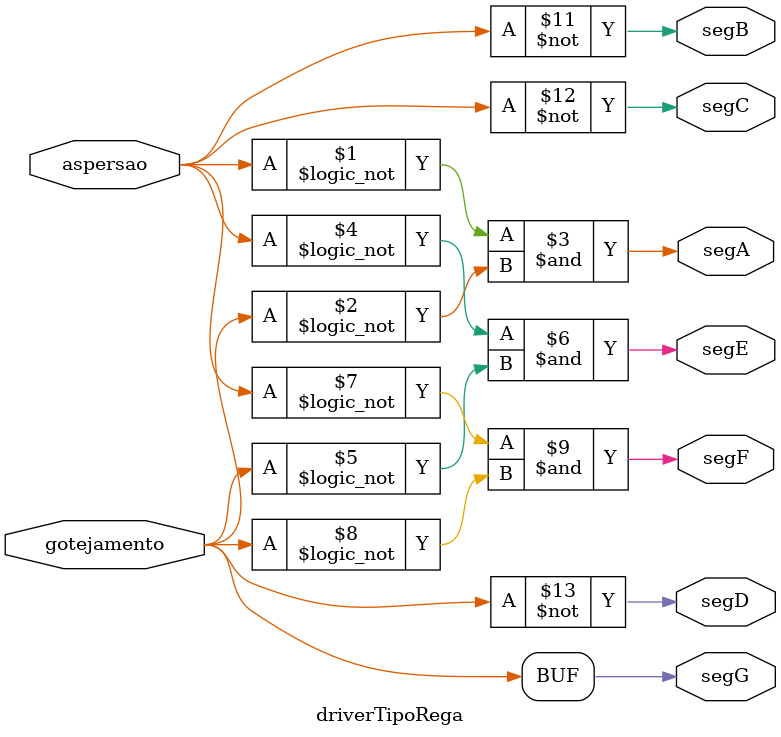
<source format=v>
module driverTipoRega(
  aspersao,
  gotejamento,
  segA,
  segB,
  segC,
  segD,
  segE,
  segF,
  segG
);

input aspersao, gotejamento;
output segA, segB, segC, segD, segE, segF, segG;

/*
a = A' · G'
b = A'
c = A'
d = G'
e = A' · G'
f = A' · G'
g = G
*/

and (segA, !aspersao, !gotejamento);

not (segB, aspersao);

not (segC, aspersao);

not (segD, gotejamento);

and (segE, !aspersao, !gotejamento);

and (segF, !aspersao, !gotejamento);

and (segG, gotejamento, gotejamento);

endmodule

</source>
